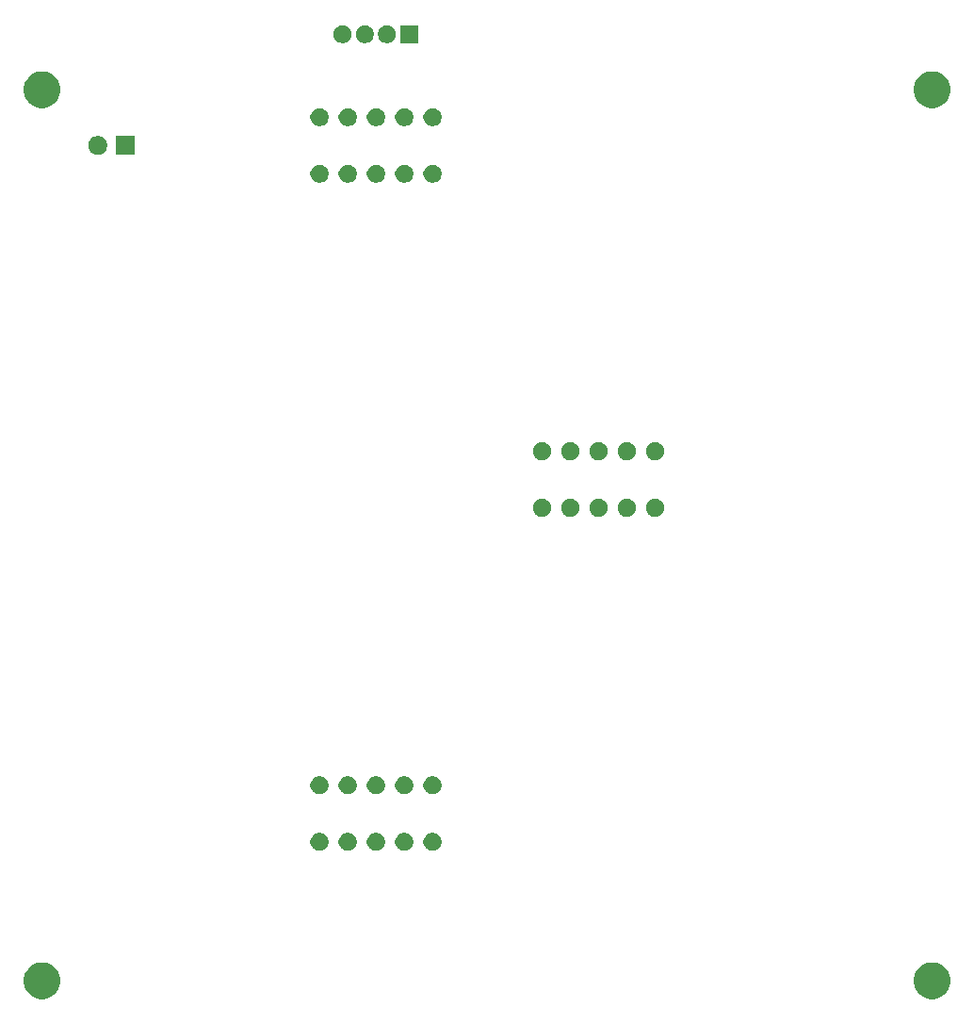
<source format=gbs>
G04 #@! TF.GenerationSoftware,KiCad,Pcbnew,(5.0.2)-1*
G04 #@! TF.CreationDate,2019-11-10T22:05:31+09:00*
G04 #@! TF.ProjectId,Base,42617365-2e6b-4696-9361-645f70636258,rev?*
G04 #@! TF.SameCoordinates,Original*
G04 #@! TF.FileFunction,Soldermask,Bot*
G04 #@! TF.FilePolarity,Negative*
%FSLAX46Y46*%
G04 Gerber Fmt 4.6, Leading zero omitted, Abs format (unit mm)*
G04 Created by KiCad (PCBNEW (5.0.2)-1) date 2019/11/10 22:05:31*
%MOMM*%
%LPD*%
G01*
G04 APERTURE LIST*
%ADD10C,0.100000*%
G04 APERTURE END LIST*
D10*
G36*
X170375256Y-143391298D02*
X170481579Y-143412447D01*
X170782042Y-143536903D01*
X171048852Y-143715180D01*
X171052454Y-143717587D01*
X171282413Y-143947546D01*
X171463098Y-144217960D01*
X171587553Y-144518422D01*
X171651000Y-144837389D01*
X171651000Y-145162611D01*
X171587553Y-145481578D01*
X171463098Y-145782040D01*
X171282413Y-146052454D01*
X171052454Y-146282413D01*
X171052451Y-146282415D01*
X170782042Y-146463097D01*
X170481579Y-146587553D01*
X170375256Y-146608702D01*
X170162611Y-146651000D01*
X169837389Y-146651000D01*
X169624744Y-146608702D01*
X169518421Y-146587553D01*
X169217958Y-146463097D01*
X168947549Y-146282415D01*
X168947546Y-146282413D01*
X168717587Y-146052454D01*
X168536902Y-145782040D01*
X168412447Y-145481578D01*
X168349000Y-145162611D01*
X168349000Y-144837389D01*
X168412447Y-144518422D01*
X168536902Y-144217960D01*
X168717587Y-143947546D01*
X168947546Y-143717587D01*
X168951148Y-143715180D01*
X169217958Y-143536903D01*
X169518421Y-143412447D01*
X169624744Y-143391298D01*
X169837389Y-143349000D01*
X170162611Y-143349000D01*
X170375256Y-143391298D01*
X170375256Y-143391298D01*
G37*
G36*
X90375256Y-143391298D02*
X90481579Y-143412447D01*
X90782042Y-143536903D01*
X91048852Y-143715180D01*
X91052454Y-143717587D01*
X91282413Y-143947546D01*
X91463098Y-144217960D01*
X91587553Y-144518422D01*
X91651000Y-144837389D01*
X91651000Y-145162611D01*
X91587553Y-145481578D01*
X91463098Y-145782040D01*
X91282413Y-146052454D01*
X91052454Y-146282413D01*
X91052451Y-146282415D01*
X90782042Y-146463097D01*
X90481579Y-146587553D01*
X90375256Y-146608702D01*
X90162611Y-146651000D01*
X89837389Y-146651000D01*
X89624744Y-146608702D01*
X89518421Y-146587553D01*
X89217958Y-146463097D01*
X88947549Y-146282415D01*
X88947546Y-146282413D01*
X88717587Y-146052454D01*
X88536902Y-145782040D01*
X88412447Y-145481578D01*
X88349000Y-145162611D01*
X88349000Y-144837389D01*
X88412447Y-144518422D01*
X88536902Y-144217960D01*
X88717587Y-143947546D01*
X88947546Y-143717587D01*
X88951148Y-143715180D01*
X89217958Y-143536903D01*
X89518421Y-143412447D01*
X89624744Y-143391298D01*
X89837389Y-143349000D01*
X90162611Y-143349000D01*
X90375256Y-143391298D01*
X90375256Y-143391298D01*
G37*
G36*
X117697142Y-131758242D02*
X117845102Y-131819530D01*
X117978258Y-131908502D01*
X118091498Y-132021742D01*
X118180470Y-132154898D01*
X118241758Y-132302858D01*
X118273000Y-132459925D01*
X118273000Y-132620075D01*
X118241758Y-132777142D01*
X118180470Y-132925102D01*
X118091498Y-133058258D01*
X117978258Y-133171498D01*
X117845102Y-133260470D01*
X117697142Y-133321758D01*
X117540075Y-133353000D01*
X117379925Y-133353000D01*
X117222858Y-133321758D01*
X117074898Y-133260470D01*
X116941742Y-133171498D01*
X116828502Y-133058258D01*
X116739530Y-132925102D01*
X116678242Y-132777142D01*
X116647000Y-132620075D01*
X116647000Y-132459925D01*
X116678242Y-132302858D01*
X116739530Y-132154898D01*
X116828502Y-132021742D01*
X116941742Y-131908502D01*
X117074898Y-131819530D01*
X117222858Y-131758242D01*
X117379925Y-131727000D01*
X117540075Y-131727000D01*
X117697142Y-131758242D01*
X117697142Y-131758242D01*
G37*
G36*
X115157142Y-131758242D02*
X115305102Y-131819530D01*
X115438258Y-131908502D01*
X115551498Y-132021742D01*
X115640470Y-132154898D01*
X115701758Y-132302858D01*
X115733000Y-132459925D01*
X115733000Y-132620075D01*
X115701758Y-132777142D01*
X115640470Y-132925102D01*
X115551498Y-133058258D01*
X115438258Y-133171498D01*
X115305102Y-133260470D01*
X115157142Y-133321758D01*
X115000075Y-133353000D01*
X114839925Y-133353000D01*
X114682858Y-133321758D01*
X114534898Y-133260470D01*
X114401742Y-133171498D01*
X114288502Y-133058258D01*
X114199530Y-132925102D01*
X114138242Y-132777142D01*
X114107000Y-132620075D01*
X114107000Y-132459925D01*
X114138242Y-132302858D01*
X114199530Y-132154898D01*
X114288502Y-132021742D01*
X114401742Y-131908502D01*
X114534898Y-131819530D01*
X114682858Y-131758242D01*
X114839925Y-131727000D01*
X115000075Y-131727000D01*
X115157142Y-131758242D01*
X115157142Y-131758242D01*
G37*
G36*
X122777142Y-131758242D02*
X122925102Y-131819530D01*
X123058258Y-131908502D01*
X123171498Y-132021742D01*
X123260470Y-132154898D01*
X123321758Y-132302858D01*
X123353000Y-132459925D01*
X123353000Y-132620075D01*
X123321758Y-132777142D01*
X123260470Y-132925102D01*
X123171498Y-133058258D01*
X123058258Y-133171498D01*
X122925102Y-133260470D01*
X122777142Y-133321758D01*
X122620075Y-133353000D01*
X122459925Y-133353000D01*
X122302858Y-133321758D01*
X122154898Y-133260470D01*
X122021742Y-133171498D01*
X121908502Y-133058258D01*
X121819530Y-132925102D01*
X121758242Y-132777142D01*
X121727000Y-132620075D01*
X121727000Y-132459925D01*
X121758242Y-132302858D01*
X121819530Y-132154898D01*
X121908502Y-132021742D01*
X122021742Y-131908502D01*
X122154898Y-131819530D01*
X122302858Y-131758242D01*
X122459925Y-131727000D01*
X122620075Y-131727000D01*
X122777142Y-131758242D01*
X122777142Y-131758242D01*
G37*
G36*
X125317142Y-131758242D02*
X125465102Y-131819530D01*
X125598258Y-131908502D01*
X125711498Y-132021742D01*
X125800470Y-132154898D01*
X125861758Y-132302858D01*
X125893000Y-132459925D01*
X125893000Y-132620075D01*
X125861758Y-132777142D01*
X125800470Y-132925102D01*
X125711498Y-133058258D01*
X125598258Y-133171498D01*
X125465102Y-133260470D01*
X125317142Y-133321758D01*
X125160075Y-133353000D01*
X124999925Y-133353000D01*
X124842858Y-133321758D01*
X124694898Y-133260470D01*
X124561742Y-133171498D01*
X124448502Y-133058258D01*
X124359530Y-132925102D01*
X124298242Y-132777142D01*
X124267000Y-132620075D01*
X124267000Y-132459925D01*
X124298242Y-132302858D01*
X124359530Y-132154898D01*
X124448502Y-132021742D01*
X124561742Y-131908502D01*
X124694898Y-131819530D01*
X124842858Y-131758242D01*
X124999925Y-131727000D01*
X125160075Y-131727000D01*
X125317142Y-131758242D01*
X125317142Y-131758242D01*
G37*
G36*
X120237142Y-131758242D02*
X120385102Y-131819530D01*
X120518258Y-131908502D01*
X120631498Y-132021742D01*
X120720470Y-132154898D01*
X120781758Y-132302858D01*
X120813000Y-132459925D01*
X120813000Y-132620075D01*
X120781758Y-132777142D01*
X120720470Y-132925102D01*
X120631498Y-133058258D01*
X120518258Y-133171498D01*
X120385102Y-133260470D01*
X120237142Y-133321758D01*
X120080075Y-133353000D01*
X119919925Y-133353000D01*
X119762858Y-133321758D01*
X119614898Y-133260470D01*
X119481742Y-133171498D01*
X119368502Y-133058258D01*
X119279530Y-132925102D01*
X119218242Y-132777142D01*
X119187000Y-132620075D01*
X119187000Y-132459925D01*
X119218242Y-132302858D01*
X119279530Y-132154898D01*
X119368502Y-132021742D01*
X119481742Y-131908502D01*
X119614898Y-131819530D01*
X119762858Y-131758242D01*
X119919925Y-131727000D01*
X120080075Y-131727000D01*
X120237142Y-131758242D01*
X120237142Y-131758242D01*
G37*
G36*
X117697142Y-126678242D02*
X117845102Y-126739530D01*
X117978258Y-126828502D01*
X118091498Y-126941742D01*
X118180470Y-127074898D01*
X118241758Y-127222858D01*
X118273000Y-127379925D01*
X118273000Y-127540075D01*
X118241758Y-127697142D01*
X118180470Y-127845102D01*
X118091498Y-127978258D01*
X117978258Y-128091498D01*
X117845102Y-128180470D01*
X117697142Y-128241758D01*
X117540075Y-128273000D01*
X117379925Y-128273000D01*
X117222858Y-128241758D01*
X117074898Y-128180470D01*
X116941742Y-128091498D01*
X116828502Y-127978258D01*
X116739530Y-127845102D01*
X116678242Y-127697142D01*
X116647000Y-127540075D01*
X116647000Y-127379925D01*
X116678242Y-127222858D01*
X116739530Y-127074898D01*
X116828502Y-126941742D01*
X116941742Y-126828502D01*
X117074898Y-126739530D01*
X117222858Y-126678242D01*
X117379925Y-126647000D01*
X117540075Y-126647000D01*
X117697142Y-126678242D01*
X117697142Y-126678242D01*
G37*
G36*
X115157142Y-126678242D02*
X115305102Y-126739530D01*
X115438258Y-126828502D01*
X115551498Y-126941742D01*
X115640470Y-127074898D01*
X115701758Y-127222858D01*
X115733000Y-127379925D01*
X115733000Y-127540075D01*
X115701758Y-127697142D01*
X115640470Y-127845102D01*
X115551498Y-127978258D01*
X115438258Y-128091498D01*
X115305102Y-128180470D01*
X115157142Y-128241758D01*
X115000075Y-128273000D01*
X114839925Y-128273000D01*
X114682858Y-128241758D01*
X114534898Y-128180470D01*
X114401742Y-128091498D01*
X114288502Y-127978258D01*
X114199530Y-127845102D01*
X114138242Y-127697142D01*
X114107000Y-127540075D01*
X114107000Y-127379925D01*
X114138242Y-127222858D01*
X114199530Y-127074898D01*
X114288502Y-126941742D01*
X114401742Y-126828502D01*
X114534898Y-126739530D01*
X114682858Y-126678242D01*
X114839925Y-126647000D01*
X115000075Y-126647000D01*
X115157142Y-126678242D01*
X115157142Y-126678242D01*
G37*
G36*
X120237142Y-126678242D02*
X120385102Y-126739530D01*
X120518258Y-126828502D01*
X120631498Y-126941742D01*
X120720470Y-127074898D01*
X120781758Y-127222858D01*
X120813000Y-127379925D01*
X120813000Y-127540075D01*
X120781758Y-127697142D01*
X120720470Y-127845102D01*
X120631498Y-127978258D01*
X120518258Y-128091498D01*
X120385102Y-128180470D01*
X120237142Y-128241758D01*
X120080075Y-128273000D01*
X119919925Y-128273000D01*
X119762858Y-128241758D01*
X119614898Y-128180470D01*
X119481742Y-128091498D01*
X119368502Y-127978258D01*
X119279530Y-127845102D01*
X119218242Y-127697142D01*
X119187000Y-127540075D01*
X119187000Y-127379925D01*
X119218242Y-127222858D01*
X119279530Y-127074898D01*
X119368502Y-126941742D01*
X119481742Y-126828502D01*
X119614898Y-126739530D01*
X119762858Y-126678242D01*
X119919925Y-126647000D01*
X120080075Y-126647000D01*
X120237142Y-126678242D01*
X120237142Y-126678242D01*
G37*
G36*
X122777142Y-126678242D02*
X122925102Y-126739530D01*
X123058258Y-126828502D01*
X123171498Y-126941742D01*
X123260470Y-127074898D01*
X123321758Y-127222858D01*
X123353000Y-127379925D01*
X123353000Y-127540075D01*
X123321758Y-127697142D01*
X123260470Y-127845102D01*
X123171498Y-127978258D01*
X123058258Y-128091498D01*
X122925102Y-128180470D01*
X122777142Y-128241758D01*
X122620075Y-128273000D01*
X122459925Y-128273000D01*
X122302858Y-128241758D01*
X122154898Y-128180470D01*
X122021742Y-128091498D01*
X121908502Y-127978258D01*
X121819530Y-127845102D01*
X121758242Y-127697142D01*
X121727000Y-127540075D01*
X121727000Y-127379925D01*
X121758242Y-127222858D01*
X121819530Y-127074898D01*
X121908502Y-126941742D01*
X122021742Y-126828502D01*
X122154898Y-126739530D01*
X122302858Y-126678242D01*
X122459925Y-126647000D01*
X122620075Y-126647000D01*
X122777142Y-126678242D01*
X122777142Y-126678242D01*
G37*
G36*
X125317142Y-126678242D02*
X125465102Y-126739530D01*
X125598258Y-126828502D01*
X125711498Y-126941742D01*
X125800470Y-127074898D01*
X125861758Y-127222858D01*
X125893000Y-127379925D01*
X125893000Y-127540075D01*
X125861758Y-127697142D01*
X125800470Y-127845102D01*
X125711498Y-127978258D01*
X125598258Y-128091498D01*
X125465102Y-128180470D01*
X125317142Y-128241758D01*
X125160075Y-128273000D01*
X124999925Y-128273000D01*
X124842858Y-128241758D01*
X124694898Y-128180470D01*
X124561742Y-128091498D01*
X124448502Y-127978258D01*
X124359530Y-127845102D01*
X124298242Y-127697142D01*
X124267000Y-127540075D01*
X124267000Y-127379925D01*
X124298242Y-127222858D01*
X124359530Y-127074898D01*
X124448502Y-126941742D01*
X124561742Y-126828502D01*
X124694898Y-126739530D01*
X124842858Y-126678242D01*
X124999925Y-126647000D01*
X125160075Y-126647000D01*
X125317142Y-126678242D01*
X125317142Y-126678242D01*
G37*
G36*
X140237142Y-101758242D02*
X140385102Y-101819530D01*
X140518258Y-101908502D01*
X140631498Y-102021742D01*
X140720470Y-102154898D01*
X140781758Y-102302858D01*
X140813000Y-102459925D01*
X140813000Y-102620075D01*
X140781758Y-102777142D01*
X140720470Y-102925102D01*
X140631498Y-103058258D01*
X140518258Y-103171498D01*
X140385102Y-103260470D01*
X140237142Y-103321758D01*
X140080075Y-103353000D01*
X139919925Y-103353000D01*
X139762858Y-103321758D01*
X139614898Y-103260470D01*
X139481742Y-103171498D01*
X139368502Y-103058258D01*
X139279530Y-102925102D01*
X139218242Y-102777142D01*
X139187000Y-102620075D01*
X139187000Y-102459925D01*
X139218242Y-102302858D01*
X139279530Y-102154898D01*
X139368502Y-102021742D01*
X139481742Y-101908502D01*
X139614898Y-101819530D01*
X139762858Y-101758242D01*
X139919925Y-101727000D01*
X140080075Y-101727000D01*
X140237142Y-101758242D01*
X140237142Y-101758242D01*
G37*
G36*
X145317142Y-101758242D02*
X145465102Y-101819530D01*
X145598258Y-101908502D01*
X145711498Y-102021742D01*
X145800470Y-102154898D01*
X145861758Y-102302858D01*
X145893000Y-102459925D01*
X145893000Y-102620075D01*
X145861758Y-102777142D01*
X145800470Y-102925102D01*
X145711498Y-103058258D01*
X145598258Y-103171498D01*
X145465102Y-103260470D01*
X145317142Y-103321758D01*
X145160075Y-103353000D01*
X144999925Y-103353000D01*
X144842858Y-103321758D01*
X144694898Y-103260470D01*
X144561742Y-103171498D01*
X144448502Y-103058258D01*
X144359530Y-102925102D01*
X144298242Y-102777142D01*
X144267000Y-102620075D01*
X144267000Y-102459925D01*
X144298242Y-102302858D01*
X144359530Y-102154898D01*
X144448502Y-102021742D01*
X144561742Y-101908502D01*
X144694898Y-101819530D01*
X144842858Y-101758242D01*
X144999925Y-101727000D01*
X145160075Y-101727000D01*
X145317142Y-101758242D01*
X145317142Y-101758242D01*
G37*
G36*
X142777142Y-101758242D02*
X142925102Y-101819530D01*
X143058258Y-101908502D01*
X143171498Y-102021742D01*
X143260470Y-102154898D01*
X143321758Y-102302858D01*
X143353000Y-102459925D01*
X143353000Y-102620075D01*
X143321758Y-102777142D01*
X143260470Y-102925102D01*
X143171498Y-103058258D01*
X143058258Y-103171498D01*
X142925102Y-103260470D01*
X142777142Y-103321758D01*
X142620075Y-103353000D01*
X142459925Y-103353000D01*
X142302858Y-103321758D01*
X142154898Y-103260470D01*
X142021742Y-103171498D01*
X141908502Y-103058258D01*
X141819530Y-102925102D01*
X141758242Y-102777142D01*
X141727000Y-102620075D01*
X141727000Y-102459925D01*
X141758242Y-102302858D01*
X141819530Y-102154898D01*
X141908502Y-102021742D01*
X142021742Y-101908502D01*
X142154898Y-101819530D01*
X142302858Y-101758242D01*
X142459925Y-101727000D01*
X142620075Y-101727000D01*
X142777142Y-101758242D01*
X142777142Y-101758242D01*
G37*
G36*
X137697142Y-101758242D02*
X137845102Y-101819530D01*
X137978258Y-101908502D01*
X138091498Y-102021742D01*
X138180470Y-102154898D01*
X138241758Y-102302858D01*
X138273000Y-102459925D01*
X138273000Y-102620075D01*
X138241758Y-102777142D01*
X138180470Y-102925102D01*
X138091498Y-103058258D01*
X137978258Y-103171498D01*
X137845102Y-103260470D01*
X137697142Y-103321758D01*
X137540075Y-103353000D01*
X137379925Y-103353000D01*
X137222858Y-103321758D01*
X137074898Y-103260470D01*
X136941742Y-103171498D01*
X136828502Y-103058258D01*
X136739530Y-102925102D01*
X136678242Y-102777142D01*
X136647000Y-102620075D01*
X136647000Y-102459925D01*
X136678242Y-102302858D01*
X136739530Y-102154898D01*
X136828502Y-102021742D01*
X136941742Y-101908502D01*
X137074898Y-101819530D01*
X137222858Y-101758242D01*
X137379925Y-101727000D01*
X137540075Y-101727000D01*
X137697142Y-101758242D01*
X137697142Y-101758242D01*
G37*
G36*
X135157142Y-101758242D02*
X135305102Y-101819530D01*
X135438258Y-101908502D01*
X135551498Y-102021742D01*
X135640470Y-102154898D01*
X135701758Y-102302858D01*
X135733000Y-102459925D01*
X135733000Y-102620075D01*
X135701758Y-102777142D01*
X135640470Y-102925102D01*
X135551498Y-103058258D01*
X135438258Y-103171498D01*
X135305102Y-103260470D01*
X135157142Y-103321758D01*
X135000075Y-103353000D01*
X134839925Y-103353000D01*
X134682858Y-103321758D01*
X134534898Y-103260470D01*
X134401742Y-103171498D01*
X134288502Y-103058258D01*
X134199530Y-102925102D01*
X134138242Y-102777142D01*
X134107000Y-102620075D01*
X134107000Y-102459925D01*
X134138242Y-102302858D01*
X134199530Y-102154898D01*
X134288502Y-102021742D01*
X134401742Y-101908502D01*
X134534898Y-101819530D01*
X134682858Y-101758242D01*
X134839925Y-101727000D01*
X135000075Y-101727000D01*
X135157142Y-101758242D01*
X135157142Y-101758242D01*
G37*
G36*
X135157142Y-96678242D02*
X135305102Y-96739530D01*
X135438258Y-96828502D01*
X135551498Y-96941742D01*
X135640470Y-97074898D01*
X135701758Y-97222858D01*
X135733000Y-97379925D01*
X135733000Y-97540075D01*
X135701758Y-97697142D01*
X135640470Y-97845102D01*
X135551498Y-97978258D01*
X135438258Y-98091498D01*
X135305102Y-98180470D01*
X135157142Y-98241758D01*
X135000075Y-98273000D01*
X134839925Y-98273000D01*
X134682858Y-98241758D01*
X134534898Y-98180470D01*
X134401742Y-98091498D01*
X134288502Y-97978258D01*
X134199530Y-97845102D01*
X134138242Y-97697142D01*
X134107000Y-97540075D01*
X134107000Y-97379925D01*
X134138242Y-97222858D01*
X134199530Y-97074898D01*
X134288502Y-96941742D01*
X134401742Y-96828502D01*
X134534898Y-96739530D01*
X134682858Y-96678242D01*
X134839925Y-96647000D01*
X135000075Y-96647000D01*
X135157142Y-96678242D01*
X135157142Y-96678242D01*
G37*
G36*
X140237142Y-96678242D02*
X140385102Y-96739530D01*
X140518258Y-96828502D01*
X140631498Y-96941742D01*
X140720470Y-97074898D01*
X140781758Y-97222858D01*
X140813000Y-97379925D01*
X140813000Y-97540075D01*
X140781758Y-97697142D01*
X140720470Y-97845102D01*
X140631498Y-97978258D01*
X140518258Y-98091498D01*
X140385102Y-98180470D01*
X140237142Y-98241758D01*
X140080075Y-98273000D01*
X139919925Y-98273000D01*
X139762858Y-98241758D01*
X139614898Y-98180470D01*
X139481742Y-98091498D01*
X139368502Y-97978258D01*
X139279530Y-97845102D01*
X139218242Y-97697142D01*
X139187000Y-97540075D01*
X139187000Y-97379925D01*
X139218242Y-97222858D01*
X139279530Y-97074898D01*
X139368502Y-96941742D01*
X139481742Y-96828502D01*
X139614898Y-96739530D01*
X139762858Y-96678242D01*
X139919925Y-96647000D01*
X140080075Y-96647000D01*
X140237142Y-96678242D01*
X140237142Y-96678242D01*
G37*
G36*
X137697142Y-96678242D02*
X137845102Y-96739530D01*
X137978258Y-96828502D01*
X138091498Y-96941742D01*
X138180470Y-97074898D01*
X138241758Y-97222858D01*
X138273000Y-97379925D01*
X138273000Y-97540075D01*
X138241758Y-97697142D01*
X138180470Y-97845102D01*
X138091498Y-97978258D01*
X137978258Y-98091498D01*
X137845102Y-98180470D01*
X137697142Y-98241758D01*
X137540075Y-98273000D01*
X137379925Y-98273000D01*
X137222858Y-98241758D01*
X137074898Y-98180470D01*
X136941742Y-98091498D01*
X136828502Y-97978258D01*
X136739530Y-97845102D01*
X136678242Y-97697142D01*
X136647000Y-97540075D01*
X136647000Y-97379925D01*
X136678242Y-97222858D01*
X136739530Y-97074898D01*
X136828502Y-96941742D01*
X136941742Y-96828502D01*
X137074898Y-96739530D01*
X137222858Y-96678242D01*
X137379925Y-96647000D01*
X137540075Y-96647000D01*
X137697142Y-96678242D01*
X137697142Y-96678242D01*
G37*
G36*
X145317142Y-96678242D02*
X145465102Y-96739530D01*
X145598258Y-96828502D01*
X145711498Y-96941742D01*
X145800470Y-97074898D01*
X145861758Y-97222858D01*
X145893000Y-97379925D01*
X145893000Y-97540075D01*
X145861758Y-97697142D01*
X145800470Y-97845102D01*
X145711498Y-97978258D01*
X145598258Y-98091498D01*
X145465102Y-98180470D01*
X145317142Y-98241758D01*
X145160075Y-98273000D01*
X144999925Y-98273000D01*
X144842858Y-98241758D01*
X144694898Y-98180470D01*
X144561742Y-98091498D01*
X144448502Y-97978258D01*
X144359530Y-97845102D01*
X144298242Y-97697142D01*
X144267000Y-97540075D01*
X144267000Y-97379925D01*
X144298242Y-97222858D01*
X144359530Y-97074898D01*
X144448502Y-96941742D01*
X144561742Y-96828502D01*
X144694898Y-96739530D01*
X144842858Y-96678242D01*
X144999925Y-96647000D01*
X145160075Y-96647000D01*
X145317142Y-96678242D01*
X145317142Y-96678242D01*
G37*
G36*
X142777142Y-96678242D02*
X142925102Y-96739530D01*
X143058258Y-96828502D01*
X143171498Y-96941742D01*
X143260470Y-97074898D01*
X143321758Y-97222858D01*
X143353000Y-97379925D01*
X143353000Y-97540075D01*
X143321758Y-97697142D01*
X143260470Y-97845102D01*
X143171498Y-97978258D01*
X143058258Y-98091498D01*
X142925102Y-98180470D01*
X142777142Y-98241758D01*
X142620075Y-98273000D01*
X142459925Y-98273000D01*
X142302858Y-98241758D01*
X142154898Y-98180470D01*
X142021742Y-98091498D01*
X141908502Y-97978258D01*
X141819530Y-97845102D01*
X141758242Y-97697142D01*
X141727000Y-97540075D01*
X141727000Y-97379925D01*
X141758242Y-97222858D01*
X141819530Y-97074898D01*
X141908502Y-96941742D01*
X142021742Y-96828502D01*
X142154898Y-96739530D01*
X142302858Y-96678242D01*
X142459925Y-96647000D01*
X142620075Y-96647000D01*
X142777142Y-96678242D01*
X142777142Y-96678242D01*
G37*
G36*
X115157142Y-71758242D02*
X115305102Y-71819530D01*
X115438258Y-71908502D01*
X115551498Y-72021742D01*
X115640470Y-72154898D01*
X115701758Y-72302858D01*
X115733000Y-72459925D01*
X115733000Y-72620075D01*
X115701758Y-72777142D01*
X115640470Y-72925102D01*
X115551498Y-73058258D01*
X115438258Y-73171498D01*
X115305102Y-73260470D01*
X115157142Y-73321758D01*
X115000075Y-73353000D01*
X114839925Y-73353000D01*
X114682858Y-73321758D01*
X114534898Y-73260470D01*
X114401742Y-73171498D01*
X114288502Y-73058258D01*
X114199530Y-72925102D01*
X114138242Y-72777142D01*
X114107000Y-72620075D01*
X114107000Y-72459925D01*
X114138242Y-72302858D01*
X114199530Y-72154898D01*
X114288502Y-72021742D01*
X114401742Y-71908502D01*
X114534898Y-71819530D01*
X114682858Y-71758242D01*
X114839925Y-71727000D01*
X115000075Y-71727000D01*
X115157142Y-71758242D01*
X115157142Y-71758242D01*
G37*
G36*
X117697142Y-71758242D02*
X117845102Y-71819530D01*
X117978258Y-71908502D01*
X118091498Y-72021742D01*
X118180470Y-72154898D01*
X118241758Y-72302858D01*
X118273000Y-72459925D01*
X118273000Y-72620075D01*
X118241758Y-72777142D01*
X118180470Y-72925102D01*
X118091498Y-73058258D01*
X117978258Y-73171498D01*
X117845102Y-73260470D01*
X117697142Y-73321758D01*
X117540075Y-73353000D01*
X117379925Y-73353000D01*
X117222858Y-73321758D01*
X117074898Y-73260470D01*
X116941742Y-73171498D01*
X116828502Y-73058258D01*
X116739530Y-72925102D01*
X116678242Y-72777142D01*
X116647000Y-72620075D01*
X116647000Y-72459925D01*
X116678242Y-72302858D01*
X116739530Y-72154898D01*
X116828502Y-72021742D01*
X116941742Y-71908502D01*
X117074898Y-71819530D01*
X117222858Y-71758242D01*
X117379925Y-71727000D01*
X117540075Y-71727000D01*
X117697142Y-71758242D01*
X117697142Y-71758242D01*
G37*
G36*
X120237142Y-71758242D02*
X120385102Y-71819530D01*
X120518258Y-71908502D01*
X120631498Y-72021742D01*
X120720470Y-72154898D01*
X120781758Y-72302858D01*
X120813000Y-72459925D01*
X120813000Y-72620075D01*
X120781758Y-72777142D01*
X120720470Y-72925102D01*
X120631498Y-73058258D01*
X120518258Y-73171498D01*
X120385102Y-73260470D01*
X120237142Y-73321758D01*
X120080075Y-73353000D01*
X119919925Y-73353000D01*
X119762858Y-73321758D01*
X119614898Y-73260470D01*
X119481742Y-73171498D01*
X119368502Y-73058258D01*
X119279530Y-72925102D01*
X119218242Y-72777142D01*
X119187000Y-72620075D01*
X119187000Y-72459925D01*
X119218242Y-72302858D01*
X119279530Y-72154898D01*
X119368502Y-72021742D01*
X119481742Y-71908502D01*
X119614898Y-71819530D01*
X119762858Y-71758242D01*
X119919925Y-71727000D01*
X120080075Y-71727000D01*
X120237142Y-71758242D01*
X120237142Y-71758242D01*
G37*
G36*
X122777142Y-71758242D02*
X122925102Y-71819530D01*
X123058258Y-71908502D01*
X123171498Y-72021742D01*
X123260470Y-72154898D01*
X123321758Y-72302858D01*
X123353000Y-72459925D01*
X123353000Y-72620075D01*
X123321758Y-72777142D01*
X123260470Y-72925102D01*
X123171498Y-73058258D01*
X123058258Y-73171498D01*
X122925102Y-73260470D01*
X122777142Y-73321758D01*
X122620075Y-73353000D01*
X122459925Y-73353000D01*
X122302858Y-73321758D01*
X122154898Y-73260470D01*
X122021742Y-73171498D01*
X121908502Y-73058258D01*
X121819530Y-72925102D01*
X121758242Y-72777142D01*
X121727000Y-72620075D01*
X121727000Y-72459925D01*
X121758242Y-72302858D01*
X121819530Y-72154898D01*
X121908502Y-72021742D01*
X122021742Y-71908502D01*
X122154898Y-71819530D01*
X122302858Y-71758242D01*
X122459925Y-71727000D01*
X122620075Y-71727000D01*
X122777142Y-71758242D01*
X122777142Y-71758242D01*
G37*
G36*
X125317142Y-71758242D02*
X125465102Y-71819530D01*
X125598258Y-71908502D01*
X125711498Y-72021742D01*
X125800470Y-72154898D01*
X125861758Y-72302858D01*
X125893000Y-72459925D01*
X125893000Y-72620075D01*
X125861758Y-72777142D01*
X125800470Y-72925102D01*
X125711498Y-73058258D01*
X125598258Y-73171498D01*
X125465102Y-73260470D01*
X125317142Y-73321758D01*
X125160075Y-73353000D01*
X124999925Y-73353000D01*
X124842858Y-73321758D01*
X124694898Y-73260470D01*
X124561742Y-73171498D01*
X124448502Y-73058258D01*
X124359530Y-72925102D01*
X124298242Y-72777142D01*
X124267000Y-72620075D01*
X124267000Y-72459925D01*
X124298242Y-72302858D01*
X124359530Y-72154898D01*
X124448502Y-72021742D01*
X124561742Y-71908502D01*
X124694898Y-71819530D01*
X124842858Y-71758242D01*
X124999925Y-71727000D01*
X125160075Y-71727000D01*
X125317142Y-71758242D01*
X125317142Y-71758242D01*
G37*
G36*
X98351000Y-70851000D02*
X96649000Y-70851000D01*
X96649000Y-69149000D01*
X98351000Y-69149000D01*
X98351000Y-70851000D01*
X98351000Y-70851000D01*
G37*
G36*
X95248228Y-69181703D02*
X95403100Y-69245853D01*
X95542481Y-69338985D01*
X95661015Y-69457519D01*
X95754147Y-69596900D01*
X95818297Y-69751772D01*
X95851000Y-69916184D01*
X95851000Y-70083816D01*
X95818297Y-70248228D01*
X95754147Y-70403100D01*
X95661015Y-70542481D01*
X95542481Y-70661015D01*
X95403100Y-70754147D01*
X95248228Y-70818297D01*
X95083816Y-70851000D01*
X94916184Y-70851000D01*
X94751772Y-70818297D01*
X94596900Y-70754147D01*
X94457519Y-70661015D01*
X94338985Y-70542481D01*
X94245853Y-70403100D01*
X94181703Y-70248228D01*
X94149000Y-70083816D01*
X94149000Y-69916184D01*
X94181703Y-69751772D01*
X94245853Y-69596900D01*
X94338985Y-69457519D01*
X94457519Y-69338985D01*
X94596900Y-69245853D01*
X94751772Y-69181703D01*
X94916184Y-69149000D01*
X95083816Y-69149000D01*
X95248228Y-69181703D01*
X95248228Y-69181703D01*
G37*
G36*
X120237142Y-66678242D02*
X120385102Y-66739530D01*
X120518258Y-66828502D01*
X120631498Y-66941742D01*
X120720470Y-67074898D01*
X120781758Y-67222858D01*
X120813000Y-67379925D01*
X120813000Y-67540075D01*
X120781758Y-67697142D01*
X120720470Y-67845102D01*
X120631498Y-67978258D01*
X120518258Y-68091498D01*
X120385102Y-68180470D01*
X120237142Y-68241758D01*
X120080075Y-68273000D01*
X119919925Y-68273000D01*
X119762858Y-68241758D01*
X119614898Y-68180470D01*
X119481742Y-68091498D01*
X119368502Y-67978258D01*
X119279530Y-67845102D01*
X119218242Y-67697142D01*
X119187000Y-67540075D01*
X119187000Y-67379925D01*
X119218242Y-67222858D01*
X119279530Y-67074898D01*
X119368502Y-66941742D01*
X119481742Y-66828502D01*
X119614898Y-66739530D01*
X119762858Y-66678242D01*
X119919925Y-66647000D01*
X120080075Y-66647000D01*
X120237142Y-66678242D01*
X120237142Y-66678242D01*
G37*
G36*
X125317142Y-66678242D02*
X125465102Y-66739530D01*
X125598258Y-66828502D01*
X125711498Y-66941742D01*
X125800470Y-67074898D01*
X125861758Y-67222858D01*
X125893000Y-67379925D01*
X125893000Y-67540075D01*
X125861758Y-67697142D01*
X125800470Y-67845102D01*
X125711498Y-67978258D01*
X125598258Y-68091498D01*
X125465102Y-68180470D01*
X125317142Y-68241758D01*
X125160075Y-68273000D01*
X124999925Y-68273000D01*
X124842858Y-68241758D01*
X124694898Y-68180470D01*
X124561742Y-68091498D01*
X124448502Y-67978258D01*
X124359530Y-67845102D01*
X124298242Y-67697142D01*
X124267000Y-67540075D01*
X124267000Y-67379925D01*
X124298242Y-67222858D01*
X124359530Y-67074898D01*
X124448502Y-66941742D01*
X124561742Y-66828502D01*
X124694898Y-66739530D01*
X124842858Y-66678242D01*
X124999925Y-66647000D01*
X125160075Y-66647000D01*
X125317142Y-66678242D01*
X125317142Y-66678242D01*
G37*
G36*
X122777142Y-66678242D02*
X122925102Y-66739530D01*
X123058258Y-66828502D01*
X123171498Y-66941742D01*
X123260470Y-67074898D01*
X123321758Y-67222858D01*
X123353000Y-67379925D01*
X123353000Y-67540075D01*
X123321758Y-67697142D01*
X123260470Y-67845102D01*
X123171498Y-67978258D01*
X123058258Y-68091498D01*
X122925102Y-68180470D01*
X122777142Y-68241758D01*
X122620075Y-68273000D01*
X122459925Y-68273000D01*
X122302858Y-68241758D01*
X122154898Y-68180470D01*
X122021742Y-68091498D01*
X121908502Y-67978258D01*
X121819530Y-67845102D01*
X121758242Y-67697142D01*
X121727000Y-67540075D01*
X121727000Y-67379925D01*
X121758242Y-67222858D01*
X121819530Y-67074898D01*
X121908502Y-66941742D01*
X122021742Y-66828502D01*
X122154898Y-66739530D01*
X122302858Y-66678242D01*
X122459925Y-66647000D01*
X122620075Y-66647000D01*
X122777142Y-66678242D01*
X122777142Y-66678242D01*
G37*
G36*
X115157142Y-66678242D02*
X115305102Y-66739530D01*
X115438258Y-66828502D01*
X115551498Y-66941742D01*
X115640470Y-67074898D01*
X115701758Y-67222858D01*
X115733000Y-67379925D01*
X115733000Y-67540075D01*
X115701758Y-67697142D01*
X115640470Y-67845102D01*
X115551498Y-67978258D01*
X115438258Y-68091498D01*
X115305102Y-68180470D01*
X115157142Y-68241758D01*
X115000075Y-68273000D01*
X114839925Y-68273000D01*
X114682858Y-68241758D01*
X114534898Y-68180470D01*
X114401742Y-68091498D01*
X114288502Y-67978258D01*
X114199530Y-67845102D01*
X114138242Y-67697142D01*
X114107000Y-67540075D01*
X114107000Y-67379925D01*
X114138242Y-67222858D01*
X114199530Y-67074898D01*
X114288502Y-66941742D01*
X114401742Y-66828502D01*
X114534898Y-66739530D01*
X114682858Y-66678242D01*
X114839925Y-66647000D01*
X115000075Y-66647000D01*
X115157142Y-66678242D01*
X115157142Y-66678242D01*
G37*
G36*
X117697142Y-66678242D02*
X117845102Y-66739530D01*
X117978258Y-66828502D01*
X118091498Y-66941742D01*
X118180470Y-67074898D01*
X118241758Y-67222858D01*
X118273000Y-67379925D01*
X118273000Y-67540075D01*
X118241758Y-67697142D01*
X118180470Y-67845102D01*
X118091498Y-67978258D01*
X117978258Y-68091498D01*
X117845102Y-68180470D01*
X117697142Y-68241758D01*
X117540075Y-68273000D01*
X117379925Y-68273000D01*
X117222858Y-68241758D01*
X117074898Y-68180470D01*
X116941742Y-68091498D01*
X116828502Y-67978258D01*
X116739530Y-67845102D01*
X116678242Y-67697142D01*
X116647000Y-67540075D01*
X116647000Y-67379925D01*
X116678242Y-67222858D01*
X116739530Y-67074898D01*
X116828502Y-66941742D01*
X116941742Y-66828502D01*
X117074898Y-66739530D01*
X117222858Y-66678242D01*
X117379925Y-66647000D01*
X117540075Y-66647000D01*
X117697142Y-66678242D01*
X117697142Y-66678242D01*
G37*
G36*
X170375256Y-63391298D02*
X170481579Y-63412447D01*
X170782042Y-63536903D01*
X171048852Y-63715180D01*
X171052454Y-63717587D01*
X171282413Y-63947546D01*
X171463098Y-64217960D01*
X171587553Y-64518422D01*
X171651000Y-64837389D01*
X171651000Y-65162611D01*
X171587553Y-65481578D01*
X171463098Y-65782040D01*
X171282413Y-66052454D01*
X171052454Y-66282413D01*
X171052451Y-66282415D01*
X170782042Y-66463097D01*
X170481579Y-66587553D01*
X170375256Y-66608702D01*
X170162611Y-66651000D01*
X169837389Y-66651000D01*
X169624744Y-66608702D01*
X169518421Y-66587553D01*
X169217958Y-66463097D01*
X168947549Y-66282415D01*
X168947546Y-66282413D01*
X168717587Y-66052454D01*
X168536902Y-65782040D01*
X168412447Y-65481578D01*
X168349000Y-65162611D01*
X168349000Y-64837389D01*
X168412447Y-64518422D01*
X168536902Y-64217960D01*
X168717587Y-63947546D01*
X168947546Y-63717587D01*
X168951148Y-63715180D01*
X169217958Y-63536903D01*
X169518421Y-63412447D01*
X169624744Y-63391298D01*
X169837389Y-63349000D01*
X170162611Y-63349000D01*
X170375256Y-63391298D01*
X170375256Y-63391298D01*
G37*
G36*
X90375256Y-63391298D02*
X90481579Y-63412447D01*
X90782042Y-63536903D01*
X91048852Y-63715180D01*
X91052454Y-63717587D01*
X91282413Y-63947546D01*
X91463098Y-64217960D01*
X91587553Y-64518422D01*
X91651000Y-64837389D01*
X91651000Y-65162611D01*
X91587553Y-65481578D01*
X91463098Y-65782040D01*
X91282413Y-66052454D01*
X91052454Y-66282413D01*
X91052451Y-66282415D01*
X90782042Y-66463097D01*
X90481579Y-66587553D01*
X90375256Y-66608702D01*
X90162611Y-66651000D01*
X89837389Y-66651000D01*
X89624744Y-66608702D01*
X89518421Y-66587553D01*
X89217958Y-66463097D01*
X88947549Y-66282415D01*
X88947546Y-66282413D01*
X88717587Y-66052454D01*
X88536902Y-65782040D01*
X88412447Y-65481578D01*
X88349000Y-65162611D01*
X88349000Y-64837389D01*
X88412447Y-64518422D01*
X88536902Y-64217960D01*
X88717587Y-63947546D01*
X88947546Y-63717587D01*
X88951148Y-63715180D01*
X89217958Y-63536903D01*
X89518421Y-63412447D01*
X89624744Y-63391298D01*
X89837389Y-63349000D01*
X90162611Y-63349000D01*
X90375256Y-63391298D01*
X90375256Y-63391298D01*
G37*
G36*
X117237142Y-59218242D02*
X117385102Y-59279530D01*
X117518258Y-59368502D01*
X117631498Y-59481742D01*
X117720470Y-59614898D01*
X117781758Y-59762858D01*
X117813000Y-59919925D01*
X117813000Y-60080075D01*
X117781758Y-60237142D01*
X117720470Y-60385102D01*
X117631498Y-60518258D01*
X117518258Y-60631498D01*
X117385102Y-60720470D01*
X117237142Y-60781758D01*
X117080075Y-60813000D01*
X116919925Y-60813000D01*
X116762858Y-60781758D01*
X116614898Y-60720470D01*
X116481742Y-60631498D01*
X116368502Y-60518258D01*
X116279530Y-60385102D01*
X116218242Y-60237142D01*
X116187000Y-60080075D01*
X116187000Y-59919925D01*
X116218242Y-59762858D01*
X116279530Y-59614898D01*
X116368502Y-59481742D01*
X116481742Y-59368502D01*
X116614898Y-59279530D01*
X116762858Y-59218242D01*
X116919925Y-59187000D01*
X117080075Y-59187000D01*
X117237142Y-59218242D01*
X117237142Y-59218242D01*
G37*
G36*
X119237142Y-59218242D02*
X119385102Y-59279530D01*
X119518258Y-59368502D01*
X119631498Y-59481742D01*
X119720470Y-59614898D01*
X119781758Y-59762858D01*
X119813000Y-59919925D01*
X119813000Y-60080075D01*
X119781758Y-60237142D01*
X119720470Y-60385102D01*
X119631498Y-60518258D01*
X119518258Y-60631498D01*
X119385102Y-60720470D01*
X119237142Y-60781758D01*
X119080075Y-60813000D01*
X118919925Y-60813000D01*
X118762858Y-60781758D01*
X118614898Y-60720470D01*
X118481742Y-60631498D01*
X118368502Y-60518258D01*
X118279530Y-60385102D01*
X118218242Y-60237142D01*
X118187000Y-60080075D01*
X118187000Y-59919925D01*
X118218242Y-59762858D01*
X118279530Y-59614898D01*
X118368502Y-59481742D01*
X118481742Y-59368502D01*
X118614898Y-59279530D01*
X118762858Y-59218242D01*
X118919925Y-59187000D01*
X119080075Y-59187000D01*
X119237142Y-59218242D01*
X119237142Y-59218242D01*
G37*
G36*
X121237142Y-59218242D02*
X121385102Y-59279530D01*
X121518258Y-59368502D01*
X121631498Y-59481742D01*
X121720470Y-59614898D01*
X121781758Y-59762858D01*
X121813000Y-59919925D01*
X121813000Y-60080075D01*
X121781758Y-60237142D01*
X121720470Y-60385102D01*
X121631498Y-60518258D01*
X121518258Y-60631498D01*
X121385102Y-60720470D01*
X121237142Y-60781758D01*
X121080075Y-60813000D01*
X120919925Y-60813000D01*
X120762858Y-60781758D01*
X120614898Y-60720470D01*
X120481742Y-60631498D01*
X120368502Y-60518258D01*
X120279530Y-60385102D01*
X120218242Y-60237142D01*
X120187000Y-60080075D01*
X120187000Y-59919925D01*
X120218242Y-59762858D01*
X120279530Y-59614898D01*
X120368502Y-59481742D01*
X120481742Y-59368502D01*
X120614898Y-59279530D01*
X120762858Y-59218242D01*
X120919925Y-59187000D01*
X121080075Y-59187000D01*
X121237142Y-59218242D01*
X121237142Y-59218242D01*
G37*
G36*
X123813000Y-60813000D02*
X122187000Y-60813000D01*
X122187000Y-59187000D01*
X123813000Y-59187000D01*
X123813000Y-60813000D01*
X123813000Y-60813000D01*
G37*
M02*

</source>
